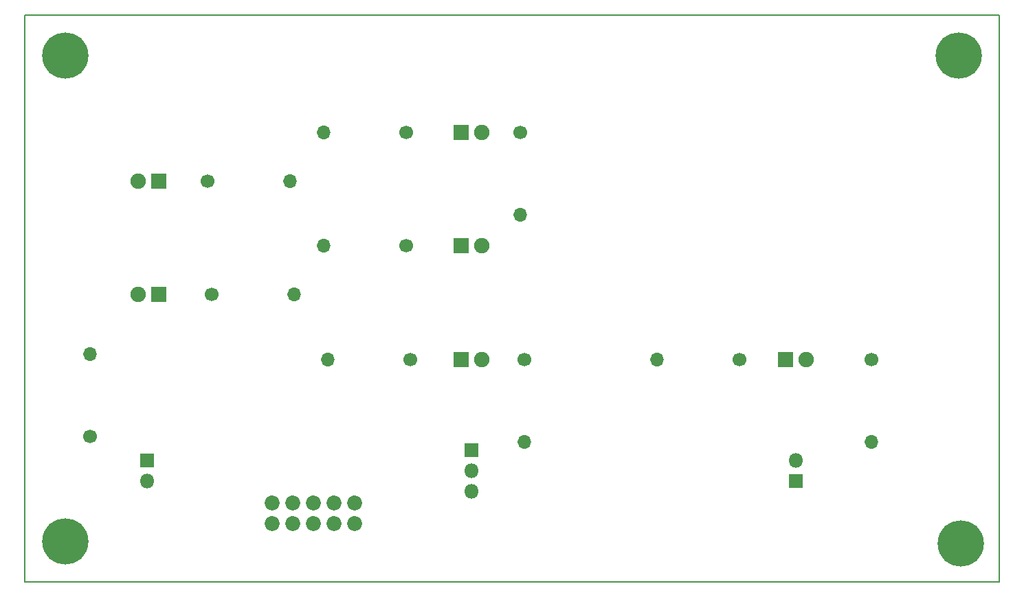
<source format=gbr>
%TF.GenerationSoftware,KiCad,Pcbnew,(5.1.6)-1*%
%TF.CreationDate,2021-09-18T15:37:18+02:00*%
%TF.ProjectId,Frontplate_v1,46726f6e-7470-46c6-9174-655f76312e6b,1*%
%TF.SameCoordinates,PX4e33880PY85099e0*%
%TF.FileFunction,Soldermask,Top*%
%TF.FilePolarity,Negative*%
%FSLAX46Y46*%
G04 Gerber Fmt 4.6, Leading zero omitted, Abs format (unit mm)*
G04 Created by KiCad (PCBNEW (5.1.6)-1) date 2021-09-18 15:37:18*
%MOMM*%
%LPD*%
G01*
G04 APERTURE LIST*
%TA.AperFunction,Profile*%
%ADD10C,0.150000*%
%TD*%
%ADD11C,1.850000*%
%ADD12O,1.700000X1.700000*%
%ADD13C,1.700000*%
%ADD14O,1.800000X1.800000*%
%ADD15R,1.800000X1.800000*%
%ADD16C,1.900000*%
%ADD17R,1.900000X1.900000*%
%ADD18C,5.700000*%
G04 APERTURE END LIST*
D10*
X88000000Y59500000D02*
X-32000000Y59500000D01*
X88000000Y-10500000D02*
X88000000Y59500000D01*
X88000000Y-10500000D02*
X-32000000Y-10500000D01*
X-32000000Y-10500000D02*
X-32000000Y59500000D01*
D11*
X8580000Y-3270000D03*
X6040000Y-3270000D03*
X3500000Y-3270000D03*
X960000Y-3270000D03*
X-1580000Y-3270000D03*
X-1580000Y-730000D03*
X960000Y-730000D03*
X3500000Y-730000D03*
X6040000Y-730000D03*
X8580000Y-730000D03*
D12*
X72250000Y6840000D03*
D13*
X72250000Y17000000D03*
D12*
X45840000Y17000000D03*
D13*
X56000000Y17000000D03*
D14*
X63000000Y4540000D03*
D15*
X63000000Y2000000D03*
D16*
X64265000Y17000000D03*
D17*
X61725000Y17000000D03*
D18*
X83000000Y54500000D03*
X-27000000Y-5500000D03*
X83250000Y-5750000D03*
X-27000000Y54500000D03*
D14*
X-17000000Y1960000D03*
D15*
X-17000000Y4500000D03*
D12*
X1160000Y25000000D03*
D13*
X-9000000Y25000000D03*
D12*
X660000Y39000000D03*
D13*
X-9500000Y39000000D03*
D12*
X4840000Y31000000D03*
D13*
X15000000Y31000000D03*
D12*
X5340000Y17000000D03*
D13*
X15500000Y17000000D03*
D12*
X4840000Y45000000D03*
D13*
X15000000Y45000000D03*
D12*
X29500000Y6840000D03*
D13*
X29500000Y17000000D03*
D12*
X29000000Y34840000D03*
D13*
X29000000Y45000000D03*
D12*
X-24000000Y17660000D03*
D13*
X-24000000Y7500000D03*
D14*
X23000000Y670000D03*
X23000000Y3210000D03*
D15*
X23000000Y5750000D03*
D16*
X-18040000Y25000000D03*
D17*
X-15500000Y25000000D03*
D16*
X-18040000Y39000000D03*
D17*
X-15500000Y39000000D03*
D16*
X24265000Y31000000D03*
D17*
X21725000Y31000000D03*
D16*
X24265000Y17000000D03*
D17*
X21725000Y17000000D03*
D16*
X24265000Y45000000D03*
D17*
X21725000Y45000000D03*
M02*

</source>
